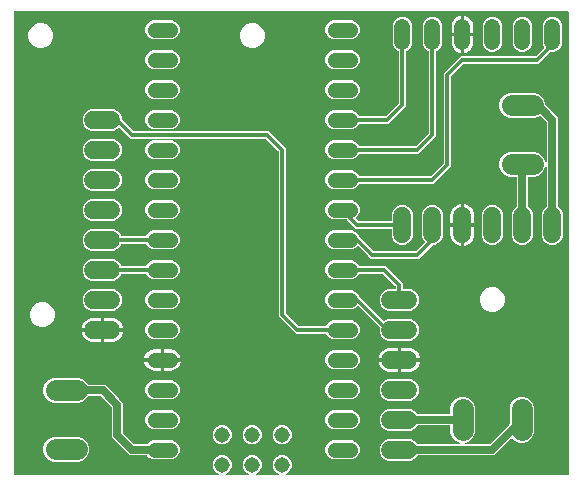
<source format=gbr>
G04 EAGLE Gerber RS-274X export*
G75*
%MOMM*%
%FSLAX34Y34*%
%LPD*%
%INTop Copper*%
%IPPOS*%
%AMOC8*
5,1,8,0,0,1.08239X$1,22.5*%
G01*
%ADD10C,1.320800*%
%ADD11C,1.524000*%
%ADD12C,1.790700*%
%ADD13C,1.308000*%
%ADD14C,1.308000*%
%ADD15C,0.317500*%
%ADD16C,0.635000*%

G36*
X555456Y308626D02*
X555456Y308626D01*
X555552Y308636D01*
X555576Y308646D01*
X555602Y308650D01*
X555688Y308696D01*
X555777Y308736D01*
X555796Y308753D01*
X555820Y308766D01*
X555887Y308836D01*
X555958Y308902D01*
X555971Y308925D01*
X555989Y308944D01*
X556030Y309032D01*
X556077Y309118D01*
X556082Y309143D01*
X556093Y309167D01*
X556103Y309264D01*
X556121Y309360D01*
X556117Y309386D01*
X556120Y309411D01*
X556099Y309507D01*
X556085Y309603D01*
X556073Y309626D01*
X556067Y309652D01*
X556018Y309735D01*
X555973Y309822D01*
X555955Y309841D01*
X555941Y309863D01*
X555867Y309926D01*
X555798Y309994D01*
X555769Y310010D01*
X555754Y310023D01*
X555724Y310035D01*
X555651Y310075D01*
X554232Y310663D01*
X551963Y312932D01*
X550735Y315896D01*
X550735Y319104D01*
X551963Y322068D01*
X554232Y324337D01*
X557196Y325565D01*
X560404Y325565D01*
X563368Y324337D01*
X565637Y322068D01*
X566865Y319104D01*
X566865Y315896D01*
X565637Y312932D01*
X563368Y310663D01*
X561949Y310075D01*
X561866Y310024D01*
X561780Y309978D01*
X561762Y309960D01*
X561740Y309946D01*
X561678Y309870D01*
X561611Y309800D01*
X561600Y309776D01*
X561583Y309756D01*
X561548Y309665D01*
X561507Y309577D01*
X561505Y309551D01*
X561495Y309527D01*
X561491Y309429D01*
X561480Y309333D01*
X561486Y309307D01*
X561485Y309281D01*
X561512Y309187D01*
X561533Y309092D01*
X561546Y309070D01*
X561553Y309045D01*
X561609Y308965D01*
X561659Y308881D01*
X561679Y308864D01*
X561694Y308843D01*
X561772Y308784D01*
X561846Y308721D01*
X561870Y308711D01*
X561891Y308696D01*
X561983Y308666D01*
X562074Y308629D01*
X562106Y308626D01*
X562125Y308620D01*
X562158Y308620D01*
X562241Y308611D01*
X580759Y308611D01*
X580856Y308626D01*
X580952Y308636D01*
X580976Y308646D01*
X581002Y308650D01*
X581088Y308696D01*
X581177Y308736D01*
X581196Y308753D01*
X581220Y308766D01*
X581287Y308836D01*
X581358Y308902D01*
X581371Y308925D01*
X581389Y308944D01*
X581430Y309032D01*
X581477Y309118D01*
X581482Y309143D01*
X581493Y309167D01*
X581503Y309264D01*
X581521Y309360D01*
X581517Y309386D01*
X581520Y309411D01*
X581499Y309507D01*
X581485Y309603D01*
X581473Y309626D01*
X581467Y309652D01*
X581418Y309735D01*
X581373Y309822D01*
X581355Y309841D01*
X581341Y309863D01*
X581267Y309926D01*
X581198Y309994D01*
X581169Y310010D01*
X581154Y310023D01*
X581124Y310035D01*
X581051Y310075D01*
X579632Y310663D01*
X577363Y312932D01*
X576135Y315896D01*
X576135Y319104D01*
X577363Y322068D01*
X579632Y324337D01*
X582596Y325565D01*
X585804Y325565D01*
X588768Y324337D01*
X591037Y322068D01*
X592265Y319104D01*
X592265Y315896D01*
X591037Y312932D01*
X588768Y310663D01*
X587349Y310075D01*
X587266Y310024D01*
X587180Y309978D01*
X587162Y309960D01*
X587140Y309946D01*
X587078Y309870D01*
X587011Y309800D01*
X587000Y309776D01*
X586983Y309756D01*
X586948Y309665D01*
X586907Y309577D01*
X586905Y309551D01*
X586895Y309527D01*
X586891Y309429D01*
X586880Y309333D01*
X586886Y309307D01*
X586885Y309281D01*
X586912Y309187D01*
X586933Y309092D01*
X586946Y309070D01*
X586953Y309045D01*
X587009Y308965D01*
X587059Y308881D01*
X587079Y308864D01*
X587094Y308843D01*
X587172Y308784D01*
X587246Y308721D01*
X587270Y308711D01*
X587291Y308696D01*
X587383Y308666D01*
X587474Y308629D01*
X587506Y308626D01*
X587525Y308620D01*
X587558Y308620D01*
X587641Y308611D01*
X606159Y308611D01*
X606256Y308626D01*
X606352Y308636D01*
X606376Y308646D01*
X606402Y308650D01*
X606488Y308696D01*
X606577Y308736D01*
X606596Y308753D01*
X606620Y308766D01*
X606687Y308836D01*
X606758Y308902D01*
X606771Y308925D01*
X606789Y308944D01*
X606830Y309032D01*
X606877Y309118D01*
X606882Y309143D01*
X606893Y309167D01*
X606903Y309264D01*
X606921Y309360D01*
X606917Y309386D01*
X606920Y309411D01*
X606899Y309507D01*
X606885Y309603D01*
X606873Y309626D01*
X606867Y309652D01*
X606818Y309735D01*
X606773Y309822D01*
X606755Y309841D01*
X606741Y309863D01*
X606667Y309926D01*
X606598Y309994D01*
X606569Y310010D01*
X606554Y310023D01*
X606524Y310035D01*
X606451Y310075D01*
X605032Y310663D01*
X602763Y312932D01*
X601535Y315896D01*
X601535Y319104D01*
X602763Y322068D01*
X605032Y324337D01*
X607996Y325565D01*
X611204Y325565D01*
X614168Y324337D01*
X616437Y322068D01*
X617665Y319104D01*
X617665Y315896D01*
X616437Y312932D01*
X614168Y310663D01*
X612749Y310075D01*
X612666Y310024D01*
X612580Y309978D01*
X612562Y309960D01*
X612540Y309946D01*
X612478Y309870D01*
X612411Y309800D01*
X612400Y309776D01*
X612383Y309756D01*
X612348Y309665D01*
X612307Y309577D01*
X612305Y309551D01*
X612295Y309527D01*
X612291Y309429D01*
X612280Y309333D01*
X612286Y309307D01*
X612285Y309281D01*
X612312Y309187D01*
X612333Y309092D01*
X612346Y309070D01*
X612353Y309045D01*
X612409Y308965D01*
X612459Y308881D01*
X612479Y308864D01*
X612494Y308843D01*
X612572Y308784D01*
X612646Y308721D01*
X612670Y308711D01*
X612691Y308696D01*
X612783Y308666D01*
X612874Y308629D01*
X612906Y308626D01*
X612925Y308620D01*
X612958Y308620D01*
X613041Y308611D01*
X851208Y308611D01*
X851228Y308614D01*
X851247Y308612D01*
X851349Y308634D01*
X851451Y308650D01*
X851468Y308660D01*
X851488Y308664D01*
X851577Y308717D01*
X851668Y308766D01*
X851682Y308780D01*
X851699Y308790D01*
X851766Y308869D01*
X851838Y308944D01*
X851846Y308962D01*
X851859Y308977D01*
X851898Y309073D01*
X851941Y309167D01*
X851943Y309187D01*
X851951Y309205D01*
X851969Y309372D01*
X851969Y700788D01*
X851966Y700808D01*
X851968Y700827D01*
X851946Y700929D01*
X851930Y701031D01*
X851920Y701048D01*
X851916Y701068D01*
X851863Y701157D01*
X851814Y701248D01*
X851800Y701262D01*
X851790Y701279D01*
X851711Y701346D01*
X851636Y701418D01*
X851618Y701426D01*
X851603Y701439D01*
X851507Y701478D01*
X851413Y701521D01*
X851393Y701523D01*
X851375Y701531D01*
X851208Y701549D01*
X383032Y701549D01*
X383012Y701546D01*
X382993Y701548D01*
X382891Y701526D01*
X382789Y701510D01*
X382772Y701500D01*
X382752Y701496D01*
X382663Y701443D01*
X382572Y701394D01*
X382558Y701380D01*
X382541Y701370D01*
X382474Y701291D01*
X382402Y701216D01*
X382394Y701198D01*
X382381Y701183D01*
X382342Y701087D01*
X382299Y700993D01*
X382297Y700973D01*
X382289Y700955D01*
X382271Y700788D01*
X382271Y309372D01*
X382274Y309352D01*
X382272Y309333D01*
X382294Y309231D01*
X382310Y309129D01*
X382320Y309112D01*
X382324Y309092D01*
X382377Y309003D01*
X382426Y308912D01*
X382440Y308898D01*
X382450Y308881D01*
X382529Y308814D01*
X382604Y308742D01*
X382622Y308734D01*
X382637Y308721D01*
X382733Y308682D01*
X382827Y308639D01*
X382847Y308637D01*
X382865Y308629D01*
X383032Y308611D01*
X555359Y308611D01*
X555456Y308626D01*
G37*
%LPC*%
G36*
X699221Y321055D02*
X699221Y321055D01*
X695860Y322447D01*
X693287Y325020D01*
X691895Y328381D01*
X691895Y332019D01*
X693287Y335380D01*
X695860Y337953D01*
X699221Y339345D01*
X718099Y339345D01*
X721460Y337953D01*
X724033Y335380D01*
X724037Y335370D01*
X724098Y335271D01*
X724158Y335170D01*
X724163Y335166D01*
X724166Y335161D01*
X724256Y335086D01*
X724345Y335010D01*
X724351Y335008D01*
X724356Y335004D01*
X724464Y334962D01*
X724573Y334918D01*
X724581Y334917D01*
X724585Y334916D01*
X724604Y334915D01*
X724740Y334900D01*
X759551Y334900D01*
X759647Y334915D01*
X759744Y334925D01*
X759768Y334935D01*
X759794Y334939D01*
X759880Y334985D01*
X759969Y335025D01*
X759988Y335042D01*
X760011Y335055D01*
X760078Y335125D01*
X760150Y335191D01*
X760163Y335214D01*
X760181Y335233D01*
X760222Y335321D01*
X760269Y335407D01*
X760273Y335432D01*
X760284Y335456D01*
X760295Y335553D01*
X760312Y335649D01*
X760309Y335675D01*
X760311Y335700D01*
X760291Y335796D01*
X760277Y335892D01*
X760265Y335915D01*
X760259Y335941D01*
X760209Y336024D01*
X760165Y336111D01*
X760146Y336130D01*
X760133Y336152D01*
X760059Y336215D01*
X759990Y336283D01*
X759961Y336299D01*
X759946Y336312D01*
X759915Y336324D01*
X759843Y336364D01*
X756465Y337763D01*
X753517Y340711D01*
X751922Y344562D01*
X751922Y350139D01*
X751919Y350159D01*
X751921Y350178D01*
X751899Y350280D01*
X751882Y350382D01*
X751873Y350399D01*
X751868Y350419D01*
X751815Y350508D01*
X751767Y350599D01*
X751753Y350613D01*
X751742Y350630D01*
X751664Y350697D01*
X751589Y350769D01*
X751571Y350777D01*
X751555Y350790D01*
X751459Y350829D01*
X751366Y350872D01*
X751346Y350874D01*
X751327Y350882D01*
X751161Y350900D01*
X724740Y350900D01*
X724625Y350881D01*
X724509Y350864D01*
X724504Y350862D01*
X724497Y350861D01*
X724394Y350806D01*
X724290Y350753D01*
X724286Y350748D01*
X724280Y350745D01*
X724200Y350661D01*
X724118Y350577D01*
X724114Y350571D01*
X724111Y350567D01*
X724103Y350550D01*
X724037Y350430D01*
X724033Y350420D01*
X721460Y347847D01*
X718099Y346455D01*
X699221Y346455D01*
X695860Y347847D01*
X693287Y350420D01*
X691895Y353781D01*
X691895Y357419D01*
X693287Y360780D01*
X695860Y363353D01*
X699221Y364745D01*
X718099Y364745D01*
X721460Y363353D01*
X724033Y360780D01*
X724037Y360770D01*
X724098Y360671D01*
X724158Y360570D01*
X724163Y360566D01*
X724166Y360561D01*
X724256Y360486D01*
X724345Y360410D01*
X724351Y360408D01*
X724356Y360404D01*
X724464Y360362D01*
X724573Y360318D01*
X724581Y360317D01*
X724585Y360316D01*
X724604Y360315D01*
X724740Y360300D01*
X751161Y360300D01*
X751180Y360303D01*
X751200Y360301D01*
X751301Y360323D01*
X751403Y360339D01*
X751421Y360349D01*
X751440Y360353D01*
X751529Y360406D01*
X751621Y360455D01*
X751634Y360469D01*
X751651Y360479D01*
X751719Y360558D01*
X751790Y360633D01*
X751798Y360651D01*
X751811Y360666D01*
X751850Y360762D01*
X751894Y360856D01*
X751896Y360876D01*
X751903Y360894D01*
X751922Y361061D01*
X751922Y366638D01*
X753517Y370489D01*
X756465Y373437D01*
X760316Y375032D01*
X764484Y375032D01*
X768335Y373437D01*
X771283Y370489D01*
X772878Y366638D01*
X772878Y344562D01*
X771283Y340711D01*
X768335Y337763D01*
X764957Y336364D01*
X764874Y336313D01*
X764789Y336267D01*
X764771Y336249D01*
X764748Y336235D01*
X764686Y336159D01*
X764619Y336089D01*
X764608Y336065D01*
X764592Y336045D01*
X764557Y335954D01*
X764516Y335866D01*
X764513Y335840D01*
X764503Y335816D01*
X764499Y335718D01*
X764489Y335622D01*
X764494Y335596D01*
X764493Y335570D01*
X764520Y335476D01*
X764541Y335381D01*
X764554Y335359D01*
X764562Y335334D01*
X764617Y335254D01*
X764667Y335170D01*
X764687Y335153D01*
X764702Y335132D01*
X764780Y335073D01*
X764854Y335010D01*
X764878Y335000D01*
X764899Y334985D01*
X764992Y334955D01*
X765082Y334918D01*
X765115Y334915D01*
X765133Y334909D01*
X765166Y334909D01*
X765249Y334900D01*
X784738Y334900D01*
X784828Y334914D01*
X784919Y334922D01*
X784949Y334934D01*
X784981Y334939D01*
X785061Y334982D01*
X785145Y335018D01*
X785177Y335044D01*
X785198Y335055D01*
X785220Y335078D01*
X785276Y335123D01*
X801699Y351545D01*
X801752Y351619D01*
X801811Y351689D01*
X801824Y351719D01*
X801842Y351745D01*
X801869Y351832D01*
X801903Y351917D01*
X801908Y351958D01*
X801915Y351980D01*
X801914Y352012D01*
X801922Y352084D01*
X801922Y366638D01*
X803517Y370489D01*
X806465Y373437D01*
X810316Y375032D01*
X814484Y375032D01*
X818335Y373437D01*
X821283Y370489D01*
X822878Y366638D01*
X822878Y344562D01*
X821283Y340711D01*
X818335Y337763D01*
X814484Y336168D01*
X810316Y336168D01*
X806465Y337763D01*
X804375Y339853D01*
X804359Y339864D01*
X804347Y339880D01*
X804259Y339936D01*
X804176Y339996D01*
X804157Y340002D01*
X804140Y340013D01*
X804039Y340038D01*
X803941Y340068D01*
X803921Y340068D01*
X803901Y340073D01*
X803798Y340065D01*
X803695Y340062D01*
X803676Y340055D01*
X803656Y340054D01*
X803561Y340013D01*
X803464Y339978D01*
X803448Y339965D01*
X803430Y339957D01*
X803299Y339853D01*
X788947Y325500D01*
X724740Y325500D01*
X724625Y325481D01*
X724509Y325464D01*
X724504Y325462D01*
X724497Y325461D01*
X724394Y325406D01*
X724290Y325353D01*
X724286Y325348D01*
X724280Y325345D01*
X724200Y325261D01*
X724118Y325177D01*
X724114Y325171D01*
X724111Y325167D01*
X724103Y325150D01*
X724037Y325030D01*
X724033Y325020D01*
X721460Y322447D01*
X718099Y321055D01*
X699221Y321055D01*
G37*
%LPD*%
%LPC*%
G36*
X810981Y503935D02*
X810981Y503935D01*
X807620Y505327D01*
X805047Y507900D01*
X803655Y511261D01*
X803655Y530139D01*
X805047Y533500D01*
X807620Y536073D01*
X807630Y536077D01*
X807729Y536138D01*
X807830Y536198D01*
X807834Y536203D01*
X807839Y536206D01*
X807914Y536296D01*
X807990Y536385D01*
X807992Y536391D01*
X807996Y536396D01*
X808038Y536504D01*
X808082Y536613D01*
X808083Y536621D01*
X808084Y536625D01*
X808085Y536644D01*
X808100Y536780D01*
X808100Y560661D01*
X808097Y560680D01*
X808099Y560700D01*
X808077Y560801D01*
X808061Y560903D01*
X808051Y560921D01*
X808047Y560940D01*
X807994Y561029D01*
X807945Y561121D01*
X807931Y561134D01*
X807921Y561151D01*
X807842Y561219D01*
X807767Y561290D01*
X807749Y561298D01*
X807734Y561311D01*
X807638Y561350D01*
X807544Y561394D01*
X807524Y561396D01*
X807506Y561403D01*
X807339Y561422D01*
X801762Y561422D01*
X797911Y563017D01*
X794963Y565965D01*
X793368Y569816D01*
X793368Y573984D01*
X794963Y577835D01*
X797911Y580783D01*
X801762Y582378D01*
X823838Y582378D01*
X827689Y580783D01*
X830637Y577835D01*
X832036Y574457D01*
X832087Y574374D01*
X832133Y574289D01*
X832151Y574271D01*
X832165Y574248D01*
X832241Y574186D01*
X832311Y574119D01*
X832335Y574108D01*
X832355Y574092D01*
X832446Y574057D01*
X832534Y574016D01*
X832560Y574013D01*
X832584Y574003D01*
X832682Y573999D01*
X832778Y573989D01*
X832804Y573994D01*
X832830Y573993D01*
X832924Y574020D01*
X833019Y574041D01*
X833041Y574054D01*
X833066Y574062D01*
X833146Y574117D01*
X833230Y574167D01*
X833247Y574187D01*
X833268Y574202D01*
X833327Y574280D01*
X833390Y574354D01*
X833400Y574378D01*
X833415Y574399D01*
X833445Y574492D01*
X833482Y574582D01*
X833485Y574615D01*
X833491Y574633D01*
X833491Y574666D01*
X833500Y574749D01*
X833500Y607338D01*
X833486Y607428D01*
X833478Y607519D01*
X833466Y607549D01*
X833461Y607581D01*
X833418Y607661D01*
X833382Y607745D01*
X833356Y607777D01*
X833345Y607798D01*
X833322Y607820D01*
X833277Y607876D01*
X828365Y612788D01*
X828271Y612856D01*
X828177Y612926D01*
X828171Y612928D01*
X828165Y612932D01*
X828054Y612966D01*
X827943Y613003D01*
X827936Y613002D01*
X827930Y613004D01*
X827814Y613001D01*
X827697Y613000D01*
X827689Y612998D01*
X827684Y612998D01*
X827667Y612992D01*
X827536Y612953D01*
X823838Y611422D01*
X801762Y611422D01*
X797911Y613017D01*
X794963Y615965D01*
X793368Y619816D01*
X793368Y623984D01*
X794963Y627835D01*
X797911Y630783D01*
X801762Y632378D01*
X823838Y632378D01*
X827689Y630783D01*
X830637Y627835D01*
X832232Y623984D01*
X832232Y622530D01*
X832246Y622440D01*
X832254Y622349D01*
X832266Y622319D01*
X832271Y622287D01*
X832314Y622207D01*
X832350Y622123D01*
X832376Y622091D01*
X832387Y622070D01*
X832410Y622048D01*
X832455Y621992D01*
X842900Y611547D01*
X842900Y536780D01*
X842919Y536665D01*
X842936Y536549D01*
X842938Y536544D01*
X842939Y536537D01*
X842994Y536434D01*
X843047Y536330D01*
X843052Y536326D01*
X843055Y536320D01*
X843139Y536240D01*
X843223Y536158D01*
X843229Y536154D01*
X843233Y536151D01*
X843250Y536143D01*
X843370Y536077D01*
X843380Y536073D01*
X845953Y533500D01*
X847345Y530139D01*
X847345Y511261D01*
X845953Y507900D01*
X843380Y505327D01*
X840019Y503935D01*
X836381Y503935D01*
X833020Y505327D01*
X830447Y507900D01*
X829055Y511261D01*
X829055Y530139D01*
X830447Y533500D01*
X833020Y536073D01*
X833030Y536077D01*
X833129Y536138D01*
X833230Y536198D01*
X833234Y536203D01*
X833239Y536206D01*
X833314Y536296D01*
X833390Y536385D01*
X833392Y536391D01*
X833396Y536396D01*
X833438Y536504D01*
X833482Y536613D01*
X833483Y536621D01*
X833484Y536625D01*
X833485Y536644D01*
X833500Y536780D01*
X833500Y569051D01*
X833485Y569147D01*
X833475Y569244D01*
X833465Y569268D01*
X833461Y569294D01*
X833415Y569380D01*
X833375Y569469D01*
X833358Y569488D01*
X833345Y569511D01*
X833275Y569578D01*
X833209Y569650D01*
X833186Y569663D01*
X833167Y569681D01*
X833079Y569722D01*
X832993Y569769D01*
X832968Y569773D01*
X832944Y569784D01*
X832847Y569795D01*
X832751Y569812D01*
X832725Y569809D01*
X832700Y569811D01*
X832604Y569791D01*
X832508Y569777D01*
X832485Y569765D01*
X832459Y569759D01*
X832376Y569709D01*
X832289Y569665D01*
X832270Y569646D01*
X832248Y569633D01*
X832185Y569559D01*
X832117Y569490D01*
X832101Y569461D01*
X832088Y569446D01*
X832076Y569415D01*
X832036Y569343D01*
X830637Y565965D01*
X827689Y563017D01*
X823838Y561422D01*
X818261Y561422D01*
X818241Y561419D01*
X818222Y561421D01*
X818120Y561399D01*
X818018Y561382D01*
X818001Y561373D01*
X817981Y561368D01*
X817892Y561315D01*
X817801Y561267D01*
X817787Y561253D01*
X817770Y561242D01*
X817703Y561164D01*
X817631Y561089D01*
X817623Y561071D01*
X817610Y561055D01*
X817571Y560959D01*
X817528Y560866D01*
X817526Y560846D01*
X817518Y560827D01*
X817500Y560661D01*
X817500Y536780D01*
X817519Y536665D01*
X817536Y536549D01*
X817538Y536544D01*
X817539Y536537D01*
X817594Y536434D01*
X817647Y536330D01*
X817652Y536326D01*
X817655Y536320D01*
X817739Y536240D01*
X817823Y536158D01*
X817829Y536154D01*
X817833Y536151D01*
X817850Y536143D01*
X817970Y536077D01*
X817980Y536073D01*
X820553Y533500D01*
X821945Y530139D01*
X821945Y511261D01*
X820553Y507900D01*
X817980Y505327D01*
X814619Y503935D01*
X810981Y503935D01*
G37*
%LPD*%
%LPC*%
G36*
X652256Y423735D02*
X652256Y423735D01*
X649292Y424963D01*
X647023Y427232D01*
X646615Y428218D01*
X646553Y428318D01*
X646493Y428417D01*
X646488Y428421D01*
X646485Y428427D01*
X646394Y428502D01*
X646306Y428577D01*
X646300Y428580D01*
X646296Y428584D01*
X646187Y428625D01*
X646078Y428669D01*
X646070Y428670D01*
X646066Y428672D01*
X646048Y428673D01*
X645911Y428688D01*
X621011Y428688D01*
X606488Y443211D01*
X606488Y582596D01*
X606473Y582686D01*
X606466Y582777D01*
X606453Y582806D01*
X606448Y582838D01*
X606405Y582919D01*
X606370Y583003D01*
X606344Y583035D01*
X606333Y583056D01*
X606310Y583078D01*
X606265Y583134D01*
X595834Y593565D01*
X595760Y593618D01*
X595690Y593677D01*
X595660Y593690D01*
X595634Y593708D01*
X595547Y593735D01*
X595462Y593769D01*
X595421Y593774D01*
X595399Y593781D01*
X595367Y593780D01*
X595296Y593788D01*
X481311Y593788D01*
X472164Y602935D01*
X472148Y602946D01*
X472135Y602962D01*
X472048Y603018D01*
X471964Y603078D01*
X471945Y603084D01*
X471928Y603095D01*
X471828Y603120D01*
X471729Y603151D01*
X471709Y603150D01*
X471690Y603155D01*
X471587Y603147D01*
X471483Y603144D01*
X471464Y603137D01*
X471445Y603136D01*
X471350Y603095D01*
X471252Y603060D01*
X471237Y603047D01*
X471218Y603040D01*
X471087Y602935D01*
X470000Y601847D01*
X466639Y600455D01*
X447761Y600455D01*
X444400Y601847D01*
X441827Y604420D01*
X440435Y607781D01*
X440435Y611419D01*
X441827Y614780D01*
X444400Y617353D01*
X447761Y618745D01*
X466639Y618745D01*
X470000Y617353D01*
X472573Y614780D01*
X473965Y611419D01*
X473965Y610252D01*
X473979Y610162D01*
X473987Y610071D01*
X473999Y610041D01*
X474004Y610009D01*
X474047Y609929D01*
X474083Y609845D01*
X474109Y609813D01*
X474120Y609792D01*
X474143Y609770D01*
X474188Y609714D01*
X483666Y600235D01*
X483740Y600182D01*
X483810Y600123D01*
X483840Y600110D01*
X483866Y600092D01*
X483953Y600065D01*
X484038Y600031D01*
X484079Y600026D01*
X484101Y600019D01*
X484133Y600020D01*
X484204Y600012D01*
X598189Y600012D01*
X612712Y585489D01*
X612712Y446104D01*
X612727Y446014D01*
X612734Y445923D01*
X612747Y445894D01*
X612752Y445862D01*
X612795Y445781D01*
X612830Y445697D01*
X612856Y445665D01*
X612867Y445644D01*
X612890Y445622D01*
X612935Y445566D01*
X623366Y435135D01*
X623440Y435082D01*
X623510Y435023D01*
X623540Y435010D01*
X623566Y434992D01*
X623653Y434965D01*
X623738Y434931D01*
X623779Y434926D01*
X623801Y434919D01*
X623833Y434920D01*
X623904Y434912D01*
X645911Y434912D01*
X646026Y434931D01*
X646142Y434948D01*
X646148Y434951D01*
X646154Y434952D01*
X646257Y435006D01*
X646361Y435060D01*
X646366Y435064D01*
X646371Y435067D01*
X646451Y435151D01*
X646534Y435235D01*
X646537Y435242D01*
X646541Y435245D01*
X646549Y435262D01*
X646615Y435382D01*
X647023Y436368D01*
X649292Y438637D01*
X652256Y439865D01*
X668544Y439865D01*
X671508Y438637D01*
X673777Y436368D01*
X675005Y433404D01*
X675005Y430196D01*
X673777Y427232D01*
X671508Y424963D01*
X668544Y423735D01*
X652256Y423735D01*
G37*
%LPD*%
%LPC*%
G36*
X652256Y550735D02*
X652256Y550735D01*
X649292Y551963D01*
X647023Y554232D01*
X645795Y557196D01*
X645795Y560404D01*
X647023Y563368D01*
X649292Y565637D01*
X652256Y566865D01*
X668544Y566865D01*
X671508Y565637D01*
X673777Y563368D01*
X674185Y562382D01*
X674247Y562282D01*
X674307Y562183D01*
X674312Y562179D01*
X674315Y562173D01*
X674406Y562098D01*
X674494Y562023D01*
X674500Y562020D01*
X674504Y562016D01*
X674613Y561975D01*
X674722Y561931D01*
X674730Y561930D01*
X674734Y561928D01*
X674752Y561927D01*
X674889Y561912D01*
X734996Y561912D01*
X735086Y561927D01*
X735177Y561934D01*
X735206Y561947D01*
X735238Y561952D01*
X735319Y561995D01*
X735403Y562030D01*
X735435Y562056D01*
X735456Y562067D01*
X735478Y562090D01*
X735534Y562135D01*
X745965Y572566D01*
X746018Y572640D01*
X746077Y572710D01*
X746090Y572740D01*
X746108Y572766D01*
X746135Y572853D01*
X746169Y572938D01*
X746174Y572979D01*
X746181Y573001D01*
X746180Y573033D01*
X746188Y573104D01*
X746188Y648989D01*
X760711Y663512D01*
X823896Y663512D01*
X823986Y663527D01*
X824077Y663534D01*
X824106Y663547D01*
X824138Y663552D01*
X824219Y663595D01*
X824303Y663630D01*
X824335Y663656D01*
X824356Y663667D01*
X824378Y663690D01*
X824434Y663735D01*
X830999Y670301D01*
X831067Y670395D01*
X831137Y670489D01*
X831139Y670495D01*
X831143Y670500D01*
X831177Y670611D01*
X831213Y670723D01*
X831213Y670729D01*
X831215Y670735D01*
X831212Y670852D01*
X831211Y670969D01*
X831209Y670976D01*
X831209Y670981D01*
X831202Y670999D01*
X831164Y671130D01*
X830071Y673769D01*
X830071Y690211D01*
X831309Y693199D01*
X833595Y695485D01*
X836583Y696723D01*
X839817Y696723D01*
X842805Y695485D01*
X845091Y693199D01*
X846329Y690211D01*
X846329Y673769D01*
X845091Y670781D01*
X842805Y668495D01*
X839817Y667257D01*
X837074Y667257D01*
X836984Y667243D01*
X836893Y667235D01*
X836863Y667223D01*
X836831Y667218D01*
X836751Y667175D01*
X836667Y667139D01*
X836635Y667113D01*
X836614Y667102D01*
X836592Y667079D01*
X836536Y667034D01*
X826789Y657288D01*
X763604Y657288D01*
X763514Y657273D01*
X763423Y657266D01*
X763394Y657253D01*
X763362Y657248D01*
X763281Y657205D01*
X763197Y657170D01*
X763165Y657144D01*
X763144Y657133D01*
X763122Y657110D01*
X763120Y657108D01*
X763117Y657105D01*
X763066Y657065D01*
X752635Y646634D01*
X752582Y646560D01*
X752523Y646490D01*
X752510Y646460D01*
X752492Y646434D01*
X752465Y646347D01*
X752431Y646262D01*
X752426Y646221D01*
X752419Y646199D01*
X752420Y646167D01*
X752412Y646096D01*
X752412Y570211D01*
X737889Y555688D01*
X674889Y555688D01*
X674774Y555669D01*
X674658Y555652D01*
X674652Y555649D01*
X674646Y555648D01*
X674543Y555594D01*
X674439Y555540D01*
X674434Y555536D01*
X674429Y555533D01*
X674349Y555449D01*
X674266Y555365D01*
X674263Y555358D01*
X674259Y555355D01*
X674251Y555338D01*
X674185Y555218D01*
X673777Y554232D01*
X671508Y551963D01*
X668544Y550735D01*
X652256Y550735D01*
G37*
%LPD*%
%LPC*%
G36*
X499856Y322135D02*
X499856Y322135D01*
X496892Y323363D01*
X494977Y325277D01*
X494904Y325330D01*
X494834Y325390D01*
X494804Y325402D01*
X494778Y325421D01*
X494691Y325448D01*
X494606Y325482D01*
X494565Y325486D01*
X494543Y325493D01*
X494510Y325492D01*
X494439Y325500D01*
X480653Y325500D01*
X465200Y340953D01*
X465200Y366038D01*
X465186Y366128D01*
X465178Y366219D01*
X465166Y366249D01*
X465161Y366281D01*
X465118Y366361D01*
X465082Y366445D01*
X465056Y366477D01*
X465045Y366498D01*
X465022Y366520D01*
X464977Y366576D01*
X455876Y375677D01*
X455802Y375730D01*
X455733Y375790D01*
X455703Y375802D01*
X455677Y375821D01*
X455590Y375848D01*
X455505Y375882D01*
X455464Y375886D01*
X455441Y375893D01*
X455409Y375892D01*
X455338Y375900D01*
X445577Y375900D01*
X445462Y375881D01*
X445346Y375864D01*
X445340Y375862D01*
X445334Y375861D01*
X445232Y375806D01*
X445127Y375753D01*
X445122Y375748D01*
X445117Y375745D01*
X445037Y375661D01*
X444955Y375577D01*
X444951Y375571D01*
X444948Y375567D01*
X444940Y375550D01*
X444874Y375430D01*
X444557Y374665D01*
X441609Y371717D01*
X437758Y370122D01*
X415682Y370122D01*
X411831Y371717D01*
X408883Y374665D01*
X407288Y378516D01*
X407288Y382684D01*
X408883Y386535D01*
X411831Y389483D01*
X415682Y391078D01*
X437758Y391078D01*
X441609Y389483D01*
X444557Y386535D01*
X444874Y385770D01*
X444935Y385670D01*
X444995Y385570D01*
X445000Y385566D01*
X445003Y385561D01*
X445093Y385486D01*
X445182Y385410D01*
X445188Y385408D01*
X445193Y385404D01*
X445301Y385362D01*
X445410Y385318D01*
X445418Y385317D01*
X445422Y385316D01*
X445441Y385315D01*
X445577Y385300D01*
X459547Y385300D01*
X462523Y382324D01*
X471624Y373223D01*
X474600Y370247D01*
X474600Y345162D01*
X474614Y345072D01*
X474622Y344981D01*
X474634Y344951D01*
X474639Y344919D01*
X474664Y344873D01*
X474664Y344871D01*
X474671Y344860D01*
X474682Y344839D01*
X474718Y344755D01*
X474744Y344723D01*
X474755Y344702D01*
X474778Y344680D01*
X474781Y344676D01*
X474790Y344660D01*
X474801Y344651D01*
X474823Y344624D01*
X484324Y335123D01*
X484398Y335070D01*
X484467Y335010D01*
X484497Y334998D01*
X484523Y334979D01*
X484610Y334952D01*
X484695Y334918D01*
X484736Y334914D01*
X484759Y334907D01*
X484791Y334908D01*
X484862Y334900D01*
X494439Y334900D01*
X494529Y334914D01*
X494620Y334922D01*
X494650Y334934D01*
X494682Y334939D01*
X494763Y334982D01*
X494846Y335018D01*
X494879Y335044D01*
X494899Y335055D01*
X494921Y335078D01*
X494977Y335123D01*
X496892Y337037D01*
X499856Y338265D01*
X516144Y338265D01*
X519108Y337037D01*
X521377Y334768D01*
X522605Y331804D01*
X522605Y328596D01*
X521377Y325632D01*
X519108Y323363D01*
X516144Y322135D01*
X499856Y322135D01*
G37*
%LPD*%
%LPC*%
G36*
X652256Y576135D02*
X652256Y576135D01*
X649292Y577363D01*
X647023Y579632D01*
X645795Y582596D01*
X645795Y585804D01*
X647023Y588768D01*
X649292Y591037D01*
X652256Y592265D01*
X668544Y592265D01*
X671508Y591037D01*
X673777Y588768D01*
X674185Y587782D01*
X674247Y587682D01*
X674307Y587583D01*
X674312Y587579D01*
X674315Y587573D01*
X674406Y587498D01*
X674494Y587423D01*
X674500Y587420D01*
X674504Y587416D01*
X674613Y587375D01*
X674722Y587331D01*
X674730Y587330D01*
X674734Y587328D01*
X674752Y587327D01*
X674889Y587312D01*
X722296Y587312D01*
X722386Y587327D01*
X722477Y587334D01*
X722506Y587347D01*
X722538Y587352D01*
X722619Y587395D01*
X722703Y587430D01*
X722735Y587456D01*
X722756Y587467D01*
X722778Y587490D01*
X722834Y587535D01*
X733265Y597966D01*
X733318Y598040D01*
X733377Y598110D01*
X733390Y598140D01*
X733408Y598166D01*
X733435Y598253D01*
X733469Y598338D01*
X733474Y598379D01*
X733481Y598401D01*
X733480Y598433D01*
X733488Y598504D01*
X733488Y667368D01*
X733469Y667483D01*
X733452Y667599D01*
X733449Y667605D01*
X733448Y667611D01*
X733394Y667713D01*
X733340Y667818D01*
X733336Y667823D01*
X733333Y667828D01*
X733248Y667908D01*
X733165Y667990D01*
X733158Y667994D01*
X733155Y667998D01*
X733138Y668005D01*
X733018Y668071D01*
X731995Y668495D01*
X729709Y670781D01*
X728471Y673769D01*
X728471Y690211D01*
X729709Y693199D01*
X731995Y695485D01*
X734983Y696723D01*
X738217Y696723D01*
X741205Y695485D01*
X743491Y693199D01*
X744729Y690211D01*
X744729Y673769D01*
X743491Y670781D01*
X741205Y668495D01*
X740182Y668071D01*
X740083Y668010D01*
X739983Y667950D01*
X739978Y667945D01*
X739973Y667942D01*
X739899Y667852D01*
X739823Y667763D01*
X739820Y667757D01*
X739816Y667752D01*
X739775Y667644D01*
X739731Y667535D01*
X739730Y667527D01*
X739728Y667523D01*
X739727Y667504D01*
X739712Y667368D01*
X739712Y595611D01*
X725189Y581088D01*
X674889Y581088D01*
X674774Y581069D01*
X674658Y581052D01*
X674652Y581049D01*
X674646Y581048D01*
X674543Y580994D01*
X674439Y580940D01*
X674434Y580936D01*
X674429Y580933D01*
X674349Y580849D01*
X674266Y580765D01*
X674263Y580758D01*
X674259Y580755D01*
X674251Y580738D01*
X674185Y580618D01*
X673777Y579632D01*
X671508Y577363D01*
X668544Y576135D01*
X652256Y576135D01*
G37*
%LPD*%
%LPC*%
G36*
X652256Y601535D02*
X652256Y601535D01*
X649292Y602763D01*
X647023Y605032D01*
X645795Y607996D01*
X645795Y611204D01*
X647023Y614168D01*
X649292Y616437D01*
X652256Y617665D01*
X668544Y617665D01*
X671508Y616437D01*
X673777Y614168D01*
X674185Y613182D01*
X674247Y613082D01*
X674307Y612983D01*
X674312Y612979D01*
X674315Y612973D01*
X674406Y612898D01*
X674494Y612823D01*
X674500Y612820D01*
X674504Y612816D01*
X674613Y612775D01*
X674722Y612731D01*
X674730Y612730D01*
X674734Y612728D01*
X674752Y612727D01*
X674889Y612712D01*
X696896Y612712D01*
X696986Y612727D01*
X697077Y612734D01*
X697106Y612747D01*
X697138Y612752D01*
X697219Y612795D01*
X697303Y612830D01*
X697335Y612856D01*
X697356Y612867D01*
X697378Y612890D01*
X697434Y612935D01*
X707865Y623366D01*
X707918Y623440D01*
X707977Y623510D01*
X707990Y623540D01*
X708008Y623566D01*
X708035Y623653D01*
X708069Y623738D01*
X708074Y623779D01*
X708081Y623801D01*
X708080Y623833D01*
X708088Y623904D01*
X708088Y667368D01*
X708069Y667483D01*
X708052Y667599D01*
X708049Y667605D01*
X708048Y667611D01*
X707994Y667713D01*
X707940Y667818D01*
X707936Y667823D01*
X707933Y667828D01*
X707848Y667908D01*
X707765Y667990D01*
X707758Y667994D01*
X707755Y667998D01*
X707738Y668005D01*
X707618Y668071D01*
X706595Y668495D01*
X704309Y670781D01*
X703071Y673769D01*
X703071Y690211D01*
X704309Y693199D01*
X706595Y695485D01*
X709583Y696723D01*
X712817Y696723D01*
X715805Y695485D01*
X718091Y693199D01*
X719329Y690211D01*
X719329Y673769D01*
X718091Y670781D01*
X715805Y668495D01*
X714782Y668071D01*
X714683Y668010D01*
X714583Y667950D01*
X714578Y667945D01*
X714573Y667942D01*
X714499Y667852D01*
X714423Y667763D01*
X714420Y667757D01*
X714416Y667752D01*
X714375Y667644D01*
X714331Y667535D01*
X714330Y667527D01*
X714328Y667523D01*
X714327Y667504D01*
X714312Y667368D01*
X714312Y621011D01*
X699789Y606488D01*
X674889Y606488D01*
X674774Y606469D01*
X674658Y606452D01*
X674652Y606449D01*
X674646Y606448D01*
X674543Y606394D01*
X674439Y606340D01*
X674434Y606336D01*
X674429Y606333D01*
X674349Y606249D01*
X674266Y606165D01*
X674263Y606158D01*
X674259Y606155D01*
X674251Y606138D01*
X674185Y606018D01*
X673777Y605032D01*
X671508Y602763D01*
X668544Y601535D01*
X652256Y601535D01*
G37*
%LPD*%
%LPC*%
G36*
X684511Y492188D02*
X684511Y492188D01*
X682465Y494234D01*
X674060Y502638D01*
X674044Y502650D01*
X674032Y502666D01*
X673944Y502722D01*
X673861Y502782D01*
X673842Y502788D01*
X673825Y502799D01*
X673724Y502824D01*
X673625Y502854D01*
X673605Y502854D01*
X673586Y502859D01*
X673483Y502851D01*
X673380Y502848D01*
X673361Y502841D01*
X673341Y502840D01*
X673246Y502799D01*
X673149Y502764D01*
X673133Y502751D01*
X673115Y502743D01*
X672984Y502638D01*
X671508Y501163D01*
X668544Y499935D01*
X652256Y499935D01*
X649292Y501163D01*
X647023Y503432D01*
X645795Y506396D01*
X645795Y509604D01*
X647023Y512568D01*
X649292Y514837D01*
X652256Y516065D01*
X668544Y516065D01*
X671508Y514837D01*
X673777Y512568D01*
X674316Y511268D01*
X674350Y511212D01*
X674376Y511152D01*
X674428Y511087D01*
X674445Y511059D01*
X674460Y511046D01*
X674481Y511021D01*
X686866Y498635D01*
X686940Y498582D01*
X687010Y498523D01*
X687040Y498510D01*
X687066Y498492D01*
X687153Y498465D01*
X687238Y498431D01*
X687279Y498426D01*
X687301Y498419D01*
X687333Y498420D01*
X687404Y498412D01*
X722296Y498412D01*
X722386Y498427D01*
X722477Y498434D01*
X722506Y498447D01*
X722538Y498452D01*
X722619Y498495D01*
X722703Y498530D01*
X722735Y498556D01*
X722756Y498567D01*
X722778Y498590D01*
X722834Y498635D01*
X729935Y505736D01*
X729946Y505752D01*
X729962Y505765D01*
X730018Y505852D01*
X730078Y505936D01*
X730084Y505955D01*
X730095Y505972D01*
X730120Y506072D01*
X730151Y506171D01*
X730150Y506191D01*
X730155Y506210D01*
X730147Y506313D01*
X730144Y506417D01*
X730137Y506436D01*
X730136Y506455D01*
X730095Y506550D01*
X730060Y506648D01*
X730047Y506663D01*
X730040Y506682D01*
X729935Y506813D01*
X728847Y507900D01*
X727455Y511261D01*
X727455Y530139D01*
X728847Y533500D01*
X731420Y536073D01*
X734781Y537465D01*
X738419Y537465D01*
X741780Y536073D01*
X744353Y533500D01*
X745745Y530139D01*
X745745Y511261D01*
X744353Y507900D01*
X741780Y505327D01*
X738419Y503935D01*
X737252Y503935D01*
X737162Y503921D01*
X737071Y503913D01*
X737041Y503901D01*
X737009Y503896D01*
X736929Y503853D01*
X736845Y503817D01*
X736813Y503791D01*
X736792Y503780D01*
X736770Y503757D01*
X736714Y503712D01*
X725189Y492188D01*
X684511Y492188D01*
G37*
%LPD*%
%LPC*%
G36*
X699221Y448055D02*
X699221Y448055D01*
X695860Y449447D01*
X693287Y452020D01*
X691895Y455381D01*
X691895Y459019D01*
X693287Y462380D01*
X695860Y464953D01*
X699221Y466345D01*
X704787Y466345D01*
X704806Y466348D01*
X704826Y466346D01*
X704927Y466368D01*
X705029Y466384D01*
X705047Y466394D01*
X705066Y466398D01*
X705155Y466451D01*
X705247Y466500D01*
X705260Y466514D01*
X705277Y466524D01*
X705345Y466603D01*
X705416Y466678D01*
X705424Y466696D01*
X705437Y466711D01*
X705476Y466807D01*
X705520Y466901D01*
X705522Y466921D01*
X705529Y466939D01*
X705548Y467106D01*
X705548Y468296D01*
X705533Y468386D01*
X705526Y468477D01*
X705513Y468506D01*
X705508Y468538D01*
X705465Y468619D01*
X705430Y468703D01*
X705404Y468735D01*
X705393Y468756D01*
X705370Y468778D01*
X705325Y468834D01*
X694894Y479265D01*
X694820Y479318D01*
X694750Y479377D01*
X694720Y479390D01*
X694694Y479408D01*
X694607Y479435D01*
X694522Y479469D01*
X694481Y479474D01*
X694459Y479481D01*
X694427Y479480D01*
X694356Y479488D01*
X674889Y479488D01*
X674774Y479469D01*
X674658Y479452D01*
X674652Y479449D01*
X674646Y479448D01*
X674543Y479394D01*
X674439Y479340D01*
X674434Y479336D01*
X674429Y479333D01*
X674349Y479249D01*
X674266Y479165D01*
X674263Y479158D01*
X674259Y479155D01*
X674251Y479138D01*
X674185Y479018D01*
X673777Y478032D01*
X671508Y475763D01*
X668544Y474535D01*
X652256Y474535D01*
X649292Y475763D01*
X647023Y478032D01*
X645795Y480996D01*
X645795Y484204D01*
X647023Y487168D01*
X649292Y489437D01*
X652256Y490665D01*
X668544Y490665D01*
X671508Y489437D01*
X673777Y487168D01*
X674185Y486182D01*
X674247Y486082D01*
X674307Y485983D01*
X674312Y485979D01*
X674315Y485973D01*
X674406Y485898D01*
X674494Y485823D01*
X674500Y485820D01*
X674504Y485816D01*
X674613Y485775D01*
X674722Y485731D01*
X674730Y485730D01*
X674734Y485728D01*
X674752Y485727D01*
X674889Y485712D01*
X697249Y485712D01*
X711772Y471189D01*
X711772Y467106D01*
X711775Y467086D01*
X711773Y467067D01*
X711795Y466965D01*
X711812Y466863D01*
X711821Y466846D01*
X711826Y466826D01*
X711879Y466737D01*
X711927Y466646D01*
X711941Y466632D01*
X711952Y466615D01*
X712030Y466548D01*
X712105Y466476D01*
X712123Y466468D01*
X712139Y466455D01*
X712235Y466416D01*
X712328Y466373D01*
X712348Y466371D01*
X712367Y466363D01*
X712533Y466345D01*
X718099Y466345D01*
X721460Y464953D01*
X724033Y462380D01*
X725425Y459019D01*
X725425Y455381D01*
X724033Y452020D01*
X721460Y449447D01*
X718099Y448055D01*
X699221Y448055D01*
G37*
%LPD*%
%LPC*%
G36*
X709381Y503935D02*
X709381Y503935D01*
X706020Y505327D01*
X703447Y507900D01*
X702055Y511261D01*
X702055Y516827D01*
X702052Y516846D01*
X702054Y516866D01*
X702032Y516967D01*
X702016Y517069D01*
X702006Y517087D01*
X702002Y517106D01*
X701949Y517195D01*
X701900Y517287D01*
X701886Y517300D01*
X701876Y517317D01*
X701797Y517385D01*
X701722Y517456D01*
X701704Y517464D01*
X701689Y517477D01*
X701593Y517516D01*
X701499Y517560D01*
X701479Y517562D01*
X701461Y517569D01*
X701294Y517588D01*
X671811Y517588D01*
X669765Y519634D01*
X664286Y525112D01*
X664212Y525165D01*
X664143Y525225D01*
X664113Y525237D01*
X664087Y525256D01*
X664000Y525283D01*
X663915Y525317D01*
X663874Y525321D01*
X663852Y525328D01*
X663819Y525327D01*
X663748Y525335D01*
X652256Y525335D01*
X649292Y526563D01*
X647023Y528832D01*
X645795Y531796D01*
X645795Y535004D01*
X647023Y537968D01*
X649292Y540237D01*
X652256Y541465D01*
X668544Y541465D01*
X671508Y540237D01*
X673777Y537968D01*
X675005Y535004D01*
X675005Y531796D01*
X673777Y528832D01*
X672112Y527166D01*
X672100Y527150D01*
X672084Y527138D01*
X672028Y527050D01*
X671968Y526967D01*
X671962Y526948D01*
X671951Y526931D01*
X671926Y526830D01*
X671896Y526732D01*
X671896Y526712D01*
X671891Y526692D01*
X671899Y526589D01*
X671902Y526486D01*
X671909Y526467D01*
X671910Y526447D01*
X671951Y526352D01*
X671986Y526255D01*
X671999Y526239D01*
X672007Y526221D01*
X672112Y526090D01*
X674166Y524035D01*
X674240Y523982D01*
X674310Y523923D01*
X674340Y523911D01*
X674366Y523892D01*
X674453Y523865D01*
X674538Y523831D01*
X674579Y523826D01*
X674601Y523819D01*
X674633Y523820D01*
X674704Y523812D01*
X701294Y523812D01*
X701314Y523815D01*
X701333Y523813D01*
X701435Y523835D01*
X701537Y523852D01*
X701554Y523861D01*
X701574Y523866D01*
X701663Y523919D01*
X701754Y523967D01*
X701768Y523981D01*
X701785Y523992D01*
X701852Y524070D01*
X701924Y524145D01*
X701932Y524163D01*
X701945Y524179D01*
X701984Y524275D01*
X702027Y524368D01*
X702029Y524388D01*
X702037Y524407D01*
X702055Y524573D01*
X702055Y530139D01*
X703447Y533500D01*
X706020Y536073D01*
X709381Y537465D01*
X713019Y537465D01*
X716380Y536073D01*
X718953Y533500D01*
X720345Y530139D01*
X720345Y511261D01*
X718953Y507900D01*
X716380Y505327D01*
X713019Y503935D01*
X709381Y503935D01*
G37*
%LPD*%
%LPC*%
G36*
X699221Y422655D02*
X699221Y422655D01*
X695860Y424047D01*
X693287Y426620D01*
X691895Y429981D01*
X691895Y433688D01*
X691881Y433778D01*
X691873Y433869D01*
X691861Y433899D01*
X691856Y433931D01*
X691813Y434012D01*
X691777Y434095D01*
X691751Y434128D01*
X691740Y434148D01*
X691717Y434170D01*
X691672Y434226D01*
X674060Y451838D01*
X674044Y451850D01*
X674032Y451866D01*
X673944Y451922D01*
X673860Y451982D01*
X673842Y451988D01*
X673825Y451999D01*
X673724Y452024D01*
X673625Y452054D01*
X673605Y452054D01*
X673586Y452059D01*
X673483Y452051D01*
X673380Y452048D01*
X673361Y452041D01*
X673341Y452040D01*
X673246Y451999D01*
X673149Y451964D01*
X673133Y451951D01*
X673115Y451943D01*
X672984Y451838D01*
X671508Y450363D01*
X668544Y449135D01*
X652256Y449135D01*
X649292Y450363D01*
X647023Y452632D01*
X645795Y455596D01*
X645795Y458804D01*
X647023Y461768D01*
X649292Y464037D01*
X652256Y465265D01*
X668544Y465265D01*
X671508Y464037D01*
X673777Y461768D01*
X674316Y460468D01*
X674350Y460412D01*
X674376Y460352D01*
X674428Y460287D01*
X674445Y460259D01*
X674460Y460246D01*
X674481Y460221D01*
X694997Y439704D01*
X695091Y439636D01*
X695186Y439566D01*
X695192Y439564D01*
X695197Y439560D01*
X695308Y439526D01*
X695420Y439490D01*
X695426Y439490D01*
X695432Y439488D01*
X695549Y439491D01*
X695666Y439492D01*
X695673Y439494D01*
X695678Y439494D01*
X695696Y439501D01*
X695827Y439539D01*
X699221Y440945D01*
X718099Y440945D01*
X721460Y439553D01*
X724033Y436980D01*
X725425Y433619D01*
X725425Y429981D01*
X724033Y426620D01*
X721460Y424047D01*
X718099Y422655D01*
X699221Y422655D01*
G37*
%LPD*%
%LPC*%
G36*
X447761Y498855D02*
X447761Y498855D01*
X444400Y500247D01*
X441827Y502820D01*
X440435Y506181D01*
X440435Y509819D01*
X441827Y513180D01*
X444400Y515753D01*
X447761Y517145D01*
X466639Y517145D01*
X470000Y515753D01*
X472573Y513180D01*
X473234Y511582D01*
X473296Y511483D01*
X473356Y511383D01*
X473361Y511378D01*
X473364Y511373D01*
X473454Y511299D01*
X473543Y511223D01*
X473549Y511220D01*
X473553Y511216D01*
X473662Y511175D01*
X473771Y511131D01*
X473779Y511130D01*
X473783Y511128D01*
X473801Y511127D01*
X473938Y511112D01*
X493511Y511112D01*
X493626Y511131D01*
X493742Y511148D01*
X493748Y511151D01*
X493754Y511152D01*
X493857Y511206D01*
X493961Y511260D01*
X493966Y511264D01*
X493971Y511267D01*
X494051Y511351D01*
X494134Y511435D01*
X494137Y511442D01*
X494141Y511445D01*
X494149Y511462D01*
X494215Y511582D01*
X494623Y512568D01*
X496892Y514837D01*
X499856Y516065D01*
X516144Y516065D01*
X519108Y514837D01*
X521377Y512568D01*
X522605Y509604D01*
X522605Y506396D01*
X521377Y503432D01*
X519108Y501163D01*
X516144Y499935D01*
X499856Y499935D01*
X496892Y501163D01*
X494623Y503432D01*
X494215Y504418D01*
X494153Y504518D01*
X494093Y504617D01*
X494088Y504621D01*
X494085Y504627D01*
X493994Y504702D01*
X493906Y504777D01*
X493900Y504780D01*
X493896Y504784D01*
X493787Y504825D01*
X493678Y504869D01*
X493670Y504870D01*
X493666Y504872D01*
X493648Y504873D01*
X493511Y504888D01*
X473938Y504888D01*
X473823Y504869D01*
X473707Y504852D01*
X473701Y504849D01*
X473695Y504848D01*
X473592Y504794D01*
X473488Y504740D01*
X473483Y504736D01*
X473478Y504733D01*
X473398Y504649D01*
X473315Y504565D01*
X473312Y504558D01*
X473308Y504555D01*
X473300Y504538D01*
X473234Y504418D01*
X472573Y502820D01*
X470000Y500247D01*
X466639Y498855D01*
X447761Y498855D01*
G37*
%LPD*%
%LPC*%
G36*
X447761Y473455D02*
X447761Y473455D01*
X444400Y474847D01*
X441827Y477420D01*
X440435Y480781D01*
X440435Y484419D01*
X441827Y487780D01*
X444400Y490353D01*
X447761Y491745D01*
X466639Y491745D01*
X470000Y490353D01*
X472573Y487780D01*
X473234Y486182D01*
X473296Y486083D01*
X473356Y485983D01*
X473361Y485978D01*
X473364Y485973D01*
X473454Y485899D01*
X473543Y485823D01*
X473549Y485820D01*
X473553Y485816D01*
X473662Y485775D01*
X473771Y485731D01*
X473779Y485730D01*
X473783Y485728D01*
X473801Y485727D01*
X473938Y485712D01*
X493511Y485712D01*
X493626Y485731D01*
X493742Y485748D01*
X493748Y485751D01*
X493754Y485752D01*
X493857Y485806D01*
X493961Y485860D01*
X493966Y485864D01*
X493971Y485867D01*
X494051Y485951D01*
X494134Y486035D01*
X494137Y486042D01*
X494141Y486045D01*
X494149Y486062D01*
X494215Y486182D01*
X494623Y487168D01*
X496892Y489437D01*
X499856Y490665D01*
X516144Y490665D01*
X519108Y489437D01*
X521377Y487168D01*
X522605Y484204D01*
X522605Y480996D01*
X521377Y478032D01*
X519108Y475763D01*
X516144Y474535D01*
X499856Y474535D01*
X496892Y475763D01*
X494623Y478032D01*
X494215Y479018D01*
X494153Y479118D01*
X494093Y479217D01*
X494088Y479221D01*
X494085Y479227D01*
X493994Y479302D01*
X493906Y479377D01*
X493900Y479380D01*
X493896Y479384D01*
X493787Y479425D01*
X493678Y479469D01*
X493670Y479470D01*
X493666Y479472D01*
X493648Y479473D01*
X493511Y479488D01*
X473938Y479488D01*
X473823Y479469D01*
X473707Y479452D01*
X473701Y479449D01*
X473695Y479448D01*
X473592Y479394D01*
X473488Y479340D01*
X473483Y479336D01*
X473478Y479333D01*
X473398Y479249D01*
X473315Y479165D01*
X473312Y479158D01*
X473308Y479155D01*
X473300Y479138D01*
X473234Y479018D01*
X472573Y477420D01*
X470000Y474847D01*
X466639Y473455D01*
X447761Y473455D01*
G37*
%LPD*%
%LPC*%
G36*
X415682Y320122D02*
X415682Y320122D01*
X411831Y321717D01*
X408883Y324665D01*
X407288Y328516D01*
X407288Y332684D01*
X408883Y336535D01*
X411831Y339483D01*
X415682Y341078D01*
X437758Y341078D01*
X441609Y339483D01*
X444557Y336535D01*
X446152Y332684D01*
X446152Y328516D01*
X444557Y324665D01*
X441609Y321717D01*
X437758Y320122D01*
X415682Y320122D01*
G37*
%LPD*%
%LPC*%
G36*
X699221Y371855D02*
X699221Y371855D01*
X695860Y373247D01*
X693287Y375820D01*
X691895Y379181D01*
X691895Y382819D01*
X693287Y386180D01*
X695860Y388753D01*
X699221Y390145D01*
X718099Y390145D01*
X721460Y388753D01*
X724033Y386180D01*
X725425Y382819D01*
X725425Y379181D01*
X724033Y375820D01*
X721460Y373247D01*
X718099Y371855D01*
X699221Y371855D01*
G37*
%LPD*%
%LPC*%
G36*
X785581Y503935D02*
X785581Y503935D01*
X782220Y505327D01*
X779647Y507900D01*
X778255Y511261D01*
X778255Y530139D01*
X779647Y533500D01*
X782220Y536073D01*
X785581Y537465D01*
X789219Y537465D01*
X792580Y536073D01*
X795153Y533500D01*
X796545Y530139D01*
X796545Y511261D01*
X795153Y507900D01*
X792580Y505327D01*
X789219Y503935D01*
X785581Y503935D01*
G37*
%LPD*%
%LPC*%
G36*
X447761Y448055D02*
X447761Y448055D01*
X444400Y449447D01*
X441827Y452020D01*
X440435Y455381D01*
X440435Y459019D01*
X441827Y462380D01*
X444400Y464953D01*
X447761Y466345D01*
X466639Y466345D01*
X470000Y464953D01*
X472573Y462380D01*
X473965Y459019D01*
X473965Y455381D01*
X472573Y452020D01*
X470000Y449447D01*
X466639Y448055D01*
X447761Y448055D01*
G37*
%LPD*%
%LPC*%
G36*
X447761Y549655D02*
X447761Y549655D01*
X444400Y551047D01*
X441827Y553620D01*
X440435Y556981D01*
X440435Y560619D01*
X441827Y563980D01*
X444400Y566553D01*
X447761Y567945D01*
X466639Y567945D01*
X470000Y566553D01*
X472573Y563980D01*
X473965Y560619D01*
X473965Y556981D01*
X472573Y553620D01*
X470000Y551047D01*
X466639Y549655D01*
X447761Y549655D01*
G37*
%LPD*%
%LPC*%
G36*
X447761Y575055D02*
X447761Y575055D01*
X444400Y576447D01*
X441827Y579020D01*
X440435Y582381D01*
X440435Y586019D01*
X441827Y589380D01*
X444400Y591953D01*
X447761Y593345D01*
X466639Y593345D01*
X470000Y591953D01*
X472573Y589380D01*
X473965Y586019D01*
X473965Y582381D01*
X472573Y579020D01*
X470000Y576447D01*
X466639Y575055D01*
X447761Y575055D01*
G37*
%LPD*%
%LPC*%
G36*
X447761Y524255D02*
X447761Y524255D01*
X444400Y525647D01*
X441827Y528220D01*
X440435Y531581D01*
X440435Y535219D01*
X441827Y538580D01*
X444400Y541153D01*
X447761Y542545D01*
X466639Y542545D01*
X470000Y541153D01*
X472573Y538580D01*
X473965Y535219D01*
X473965Y531581D01*
X472573Y528220D01*
X470000Y525647D01*
X466639Y524255D01*
X447761Y524255D01*
G37*
%LPD*%
%LPC*%
G36*
X811183Y667257D02*
X811183Y667257D01*
X808195Y668495D01*
X805909Y670781D01*
X804671Y673769D01*
X804671Y690211D01*
X805909Y693199D01*
X808195Y695485D01*
X811183Y696723D01*
X814417Y696723D01*
X817405Y695485D01*
X819691Y693199D01*
X820929Y690211D01*
X820929Y673769D01*
X819691Y670781D01*
X817405Y668495D01*
X814417Y667257D01*
X811183Y667257D01*
G37*
%LPD*%
%LPC*%
G36*
X785783Y667257D02*
X785783Y667257D01*
X782795Y668495D01*
X780509Y670781D01*
X779271Y673769D01*
X779271Y690211D01*
X780509Y693199D01*
X782795Y695485D01*
X785783Y696723D01*
X789017Y696723D01*
X792005Y695485D01*
X794291Y693199D01*
X795529Y690211D01*
X795529Y673769D01*
X794291Y670781D01*
X792005Y668495D01*
X789017Y667257D01*
X785783Y667257D01*
G37*
%LPD*%
%LPC*%
G36*
X499856Y576135D02*
X499856Y576135D01*
X496892Y577363D01*
X494623Y579632D01*
X493395Y582596D01*
X493395Y585804D01*
X494623Y588768D01*
X496892Y591037D01*
X499856Y592265D01*
X516144Y592265D01*
X519108Y591037D01*
X521377Y588768D01*
X522605Y585804D01*
X522605Y582596D01*
X521377Y579632D01*
X519108Y577363D01*
X516144Y576135D01*
X499856Y576135D01*
G37*
%LPD*%
%LPC*%
G36*
X499856Y601535D02*
X499856Y601535D01*
X496892Y602763D01*
X494623Y605032D01*
X493395Y607996D01*
X493395Y611204D01*
X494623Y614168D01*
X496892Y616437D01*
X499856Y617665D01*
X516144Y617665D01*
X519108Y616437D01*
X521377Y614168D01*
X522605Y611204D01*
X522605Y607996D01*
X521377Y605032D01*
X519108Y602763D01*
X516144Y601535D01*
X499856Y601535D01*
G37*
%LPD*%
%LPC*%
G36*
X499856Y550735D02*
X499856Y550735D01*
X496892Y551963D01*
X494623Y554232D01*
X493395Y557196D01*
X493395Y560404D01*
X494623Y563368D01*
X496892Y565637D01*
X499856Y566865D01*
X516144Y566865D01*
X519108Y565637D01*
X521377Y563368D01*
X522605Y560404D01*
X522605Y557196D01*
X521377Y554232D01*
X519108Y551963D01*
X516144Y550735D01*
X499856Y550735D01*
G37*
%LPD*%
%LPC*%
G36*
X652256Y347535D02*
X652256Y347535D01*
X649292Y348763D01*
X647023Y351032D01*
X645795Y353996D01*
X645795Y357204D01*
X647023Y360168D01*
X649292Y362437D01*
X652256Y363665D01*
X668544Y363665D01*
X671508Y362437D01*
X673777Y360168D01*
X675005Y357204D01*
X675005Y353996D01*
X673777Y351032D01*
X671508Y348763D01*
X668544Y347535D01*
X652256Y347535D01*
G37*
%LPD*%
%LPC*%
G36*
X652256Y322135D02*
X652256Y322135D01*
X649292Y323363D01*
X647023Y325632D01*
X645795Y328596D01*
X645795Y331804D01*
X647023Y334768D01*
X649292Y337037D01*
X652256Y338265D01*
X668544Y338265D01*
X671508Y337037D01*
X673777Y334768D01*
X675005Y331804D01*
X675005Y328596D01*
X673777Y325632D01*
X671508Y323363D01*
X668544Y322135D01*
X652256Y322135D01*
G37*
%LPD*%
%LPC*%
G36*
X499856Y525335D02*
X499856Y525335D01*
X496892Y526563D01*
X494623Y528832D01*
X493395Y531796D01*
X493395Y535004D01*
X494623Y537968D01*
X496892Y540237D01*
X499856Y541465D01*
X516144Y541465D01*
X519108Y540237D01*
X521377Y537968D01*
X522605Y535004D01*
X522605Y531796D01*
X521377Y528832D01*
X519108Y526563D01*
X516144Y525335D01*
X499856Y525335D01*
G37*
%LPD*%
%LPC*%
G36*
X499856Y372935D02*
X499856Y372935D01*
X496892Y374163D01*
X494623Y376432D01*
X493395Y379396D01*
X493395Y382604D01*
X494623Y385568D01*
X496892Y387837D01*
X499856Y389065D01*
X516144Y389065D01*
X519108Y387837D01*
X521377Y385568D01*
X522605Y382604D01*
X522605Y379396D01*
X521377Y376432D01*
X519108Y374163D01*
X516144Y372935D01*
X499856Y372935D01*
G37*
%LPD*%
%LPC*%
G36*
X652256Y372935D02*
X652256Y372935D01*
X649292Y374163D01*
X647023Y376432D01*
X645795Y379396D01*
X645795Y382604D01*
X647023Y385568D01*
X649292Y387837D01*
X652256Y389065D01*
X668544Y389065D01*
X671508Y387837D01*
X673777Y385568D01*
X675005Y382604D01*
X675005Y379396D01*
X673777Y376432D01*
X671508Y374163D01*
X668544Y372935D01*
X652256Y372935D01*
G37*
%LPD*%
%LPC*%
G36*
X499856Y347535D02*
X499856Y347535D01*
X496892Y348763D01*
X494623Y351032D01*
X493395Y353996D01*
X493395Y357204D01*
X494623Y360168D01*
X496892Y362437D01*
X499856Y363665D01*
X516144Y363665D01*
X519108Y362437D01*
X521377Y360168D01*
X522605Y357204D01*
X522605Y353996D01*
X521377Y351032D01*
X519108Y348763D01*
X516144Y347535D01*
X499856Y347535D01*
G37*
%LPD*%
%LPC*%
G36*
X652256Y677735D02*
X652256Y677735D01*
X649292Y678963D01*
X647023Y681232D01*
X645795Y684196D01*
X645795Y687404D01*
X647023Y690368D01*
X649292Y692637D01*
X652256Y693865D01*
X668544Y693865D01*
X671508Y692637D01*
X673777Y690368D01*
X675005Y687404D01*
X675005Y684196D01*
X673777Y681232D01*
X671508Y678963D01*
X668544Y677735D01*
X652256Y677735D01*
G37*
%LPD*%
%LPC*%
G36*
X499856Y626935D02*
X499856Y626935D01*
X496892Y628163D01*
X494623Y630432D01*
X493395Y633396D01*
X493395Y636604D01*
X494623Y639568D01*
X496892Y641837D01*
X499856Y643065D01*
X516144Y643065D01*
X519108Y641837D01*
X521377Y639568D01*
X522605Y636604D01*
X522605Y633396D01*
X521377Y630432D01*
X519108Y628163D01*
X516144Y626935D01*
X499856Y626935D01*
G37*
%LPD*%
%LPC*%
G36*
X652256Y398335D02*
X652256Y398335D01*
X649292Y399563D01*
X647023Y401832D01*
X645795Y404796D01*
X645795Y408004D01*
X647023Y410968D01*
X649292Y413237D01*
X652256Y414465D01*
X668544Y414465D01*
X671508Y413237D01*
X673777Y410968D01*
X675005Y408004D01*
X675005Y404796D01*
X673777Y401832D01*
X671508Y399563D01*
X668544Y398335D01*
X652256Y398335D01*
G37*
%LPD*%
%LPC*%
G36*
X499856Y423735D02*
X499856Y423735D01*
X496892Y424963D01*
X494623Y427232D01*
X493395Y430196D01*
X493395Y433404D01*
X494623Y436368D01*
X496892Y438637D01*
X499856Y439865D01*
X516144Y439865D01*
X519108Y438637D01*
X521377Y436368D01*
X522605Y433404D01*
X522605Y430196D01*
X521377Y427232D01*
X519108Y424963D01*
X516144Y423735D01*
X499856Y423735D01*
G37*
%LPD*%
%LPC*%
G36*
X499856Y449135D02*
X499856Y449135D01*
X496892Y450363D01*
X494623Y452632D01*
X493395Y455596D01*
X493395Y458804D01*
X494623Y461768D01*
X496892Y464037D01*
X499856Y465265D01*
X516144Y465265D01*
X519108Y464037D01*
X521377Y461768D01*
X522605Y458804D01*
X522605Y455596D01*
X521377Y452632D01*
X519108Y450363D01*
X516144Y449135D01*
X499856Y449135D01*
G37*
%LPD*%
%LPC*%
G36*
X652256Y626935D02*
X652256Y626935D01*
X649292Y628163D01*
X647023Y630432D01*
X645795Y633396D01*
X645795Y636604D01*
X647023Y639568D01*
X649292Y641837D01*
X652256Y643065D01*
X668544Y643065D01*
X671508Y641837D01*
X673777Y639568D01*
X675005Y636604D01*
X675005Y633396D01*
X673777Y630432D01*
X671508Y628163D01*
X668544Y626935D01*
X652256Y626935D01*
G37*
%LPD*%
%LPC*%
G36*
X499856Y652335D02*
X499856Y652335D01*
X496892Y653563D01*
X494623Y655832D01*
X493395Y658796D01*
X493395Y662004D01*
X494623Y664968D01*
X496892Y667237D01*
X499856Y668465D01*
X516144Y668465D01*
X519108Y667237D01*
X521377Y664968D01*
X522605Y662004D01*
X522605Y658796D01*
X521377Y655832D01*
X519108Y653563D01*
X516144Y652335D01*
X499856Y652335D01*
G37*
%LPD*%
%LPC*%
G36*
X652256Y652335D02*
X652256Y652335D01*
X649292Y653563D01*
X647023Y655832D01*
X645795Y658796D01*
X645795Y662004D01*
X647023Y664968D01*
X649292Y667237D01*
X652256Y668465D01*
X668544Y668465D01*
X671508Y667237D01*
X673777Y664968D01*
X675005Y662004D01*
X675005Y658796D01*
X673777Y655832D01*
X671508Y653563D01*
X668544Y652335D01*
X652256Y652335D01*
G37*
%LPD*%
%LPC*%
G36*
X499856Y677735D02*
X499856Y677735D01*
X496892Y678963D01*
X494623Y681232D01*
X493395Y684196D01*
X493395Y687404D01*
X494623Y690368D01*
X496892Y692637D01*
X499856Y693865D01*
X516144Y693865D01*
X519108Y692637D01*
X521377Y690368D01*
X522605Y687404D01*
X522605Y684196D01*
X521377Y681232D01*
X519108Y678963D01*
X516144Y677735D01*
X499856Y677735D01*
G37*
%LPD*%
%LPC*%
G36*
X785293Y446607D02*
X785293Y446607D01*
X781400Y448220D01*
X778420Y451200D01*
X776807Y455093D01*
X776807Y459307D01*
X778420Y463200D01*
X781400Y466180D01*
X785293Y467793D01*
X789507Y467793D01*
X793400Y466180D01*
X796380Y463200D01*
X797993Y459307D01*
X797993Y455093D01*
X796380Y451200D01*
X793400Y448220D01*
X789507Y446607D01*
X785293Y446607D01*
G37*
%LPD*%
%LPC*%
G36*
X403023Y670127D02*
X403023Y670127D01*
X399130Y671740D01*
X396150Y674720D01*
X394537Y678613D01*
X394537Y682827D01*
X396150Y686720D01*
X399130Y689700D01*
X403023Y691313D01*
X407237Y691313D01*
X411130Y689700D01*
X414110Y686720D01*
X415723Y682827D01*
X415723Y678613D01*
X414110Y674720D01*
X411130Y671740D01*
X407237Y670127D01*
X403023Y670127D01*
G37*
%LPD*%
%LPC*%
G36*
X404293Y433907D02*
X404293Y433907D01*
X400400Y435520D01*
X397420Y438500D01*
X395807Y442393D01*
X395807Y446607D01*
X397420Y450500D01*
X400400Y453480D01*
X404293Y455093D01*
X408507Y455093D01*
X412400Y453480D01*
X415380Y450500D01*
X416993Y446607D01*
X416993Y442393D01*
X415380Y438500D01*
X412400Y435520D01*
X408507Y433907D01*
X404293Y433907D01*
G37*
%LPD*%
%LPC*%
G36*
X582093Y670127D02*
X582093Y670127D01*
X578200Y671740D01*
X575220Y674720D01*
X573607Y678613D01*
X573607Y682827D01*
X575220Y686720D01*
X578200Y689700D01*
X582093Y691313D01*
X586307Y691313D01*
X590200Y689700D01*
X593180Y686720D01*
X594793Y682827D01*
X594793Y678613D01*
X593180Y674720D01*
X590200Y671740D01*
X586307Y670127D01*
X582093Y670127D01*
G37*
%LPD*%
%LPC*%
G36*
X582596Y334835D02*
X582596Y334835D01*
X579632Y336063D01*
X577363Y338332D01*
X576135Y341296D01*
X576135Y344504D01*
X577363Y347468D01*
X579632Y349737D01*
X582596Y350965D01*
X585804Y350965D01*
X588768Y349737D01*
X591037Y347468D01*
X592265Y344504D01*
X592265Y341296D01*
X591037Y338332D01*
X588768Y336063D01*
X585804Y334835D01*
X582596Y334835D01*
G37*
%LPD*%
%LPC*%
G36*
X607996Y334835D02*
X607996Y334835D01*
X605032Y336063D01*
X602763Y338332D01*
X601535Y341296D01*
X601535Y344504D01*
X602763Y347468D01*
X605032Y349737D01*
X607996Y350965D01*
X611204Y350965D01*
X614168Y349737D01*
X616437Y347468D01*
X617665Y344504D01*
X617665Y341296D01*
X616437Y338332D01*
X614168Y336063D01*
X611204Y334835D01*
X607996Y334835D01*
G37*
%LPD*%
%LPC*%
G36*
X557196Y334835D02*
X557196Y334835D01*
X554232Y336063D01*
X551963Y338332D01*
X550735Y341296D01*
X550735Y344504D01*
X551963Y347468D01*
X554232Y349737D01*
X557196Y350965D01*
X560404Y350965D01*
X563368Y349737D01*
X565637Y347468D01*
X566865Y344504D01*
X566865Y341296D01*
X565637Y338332D01*
X563368Y336063D01*
X560404Y334835D01*
X557196Y334835D01*
G37*
%LPD*%
%LPC*%
G36*
X763523Y522223D02*
X763523Y522223D01*
X763523Y538366D01*
X764379Y538231D01*
X765900Y537736D01*
X767325Y537010D01*
X768619Y536070D01*
X769750Y534939D01*
X770690Y533645D01*
X771416Y532220D01*
X771911Y530699D01*
X772161Y529120D01*
X772161Y522223D01*
X763523Y522223D01*
G37*
%LPD*%
%LPC*%
G36*
X710183Y407923D02*
X710183Y407923D01*
X710183Y416561D01*
X717080Y416561D01*
X718659Y416311D01*
X720180Y415816D01*
X721605Y415090D01*
X722899Y414150D01*
X724030Y413019D01*
X724970Y411725D01*
X725696Y410300D01*
X726191Y408779D01*
X726326Y407923D01*
X710183Y407923D01*
G37*
%LPD*%
%LPC*%
G36*
X458723Y433323D02*
X458723Y433323D01*
X458723Y441961D01*
X465620Y441961D01*
X467199Y441711D01*
X468720Y441216D01*
X470145Y440490D01*
X471439Y439550D01*
X472570Y438419D01*
X473510Y437125D01*
X474236Y435700D01*
X474731Y434179D01*
X474866Y433323D01*
X458723Y433323D01*
G37*
%LPD*%
%LPC*%
G36*
X690994Y407923D02*
X690994Y407923D01*
X691129Y408779D01*
X691624Y410300D01*
X692350Y411725D01*
X693290Y413019D01*
X694421Y414150D01*
X695715Y415090D01*
X697140Y415816D01*
X698661Y416311D01*
X700240Y416561D01*
X707137Y416561D01*
X707137Y407923D01*
X690994Y407923D01*
G37*
%LPD*%
%LPC*%
G36*
X439534Y433323D02*
X439534Y433323D01*
X439669Y434179D01*
X440164Y435700D01*
X440890Y437125D01*
X441830Y438419D01*
X442961Y439550D01*
X444255Y440490D01*
X445680Y441216D01*
X447201Y441711D01*
X448780Y441961D01*
X455677Y441961D01*
X455677Y433323D01*
X439534Y433323D01*
G37*
%LPD*%
%LPC*%
G36*
X763523Y519177D02*
X763523Y519177D01*
X772161Y519177D01*
X772161Y512280D01*
X771911Y510701D01*
X771416Y509180D01*
X770690Y507755D01*
X769750Y506461D01*
X768619Y505330D01*
X767325Y504390D01*
X765900Y503664D01*
X764379Y503169D01*
X763523Y503034D01*
X763523Y519177D01*
G37*
%LPD*%
%LPC*%
G36*
X458723Y421639D02*
X458723Y421639D01*
X458723Y430277D01*
X474866Y430277D01*
X474731Y429421D01*
X474236Y427900D01*
X473510Y426475D01*
X472570Y425181D01*
X471439Y424050D01*
X470145Y423110D01*
X468720Y422384D01*
X467199Y421889D01*
X465620Y421639D01*
X458723Y421639D01*
G37*
%LPD*%
%LPC*%
G36*
X751839Y522223D02*
X751839Y522223D01*
X751839Y529120D01*
X752089Y530699D01*
X752584Y532220D01*
X753310Y533645D01*
X754250Y534939D01*
X755381Y536070D01*
X756675Y537010D01*
X758100Y537736D01*
X759621Y538231D01*
X760477Y538366D01*
X760477Y522223D01*
X751839Y522223D01*
G37*
%LPD*%
%LPC*%
G36*
X710183Y396239D02*
X710183Y396239D01*
X710183Y404877D01*
X726326Y404877D01*
X726191Y404021D01*
X725696Y402500D01*
X724970Y401075D01*
X724030Y399781D01*
X722899Y398650D01*
X721605Y397710D01*
X720180Y396984D01*
X718659Y396489D01*
X717080Y396239D01*
X710183Y396239D01*
G37*
%LPD*%
%LPC*%
G36*
X448780Y421639D02*
X448780Y421639D01*
X447201Y421889D01*
X445680Y422384D01*
X444255Y423110D01*
X442961Y424050D01*
X441830Y425181D01*
X440890Y426475D01*
X440164Y427900D01*
X439669Y429421D01*
X439534Y430277D01*
X455677Y430277D01*
X455677Y421639D01*
X448780Y421639D01*
G37*
%LPD*%
%LPC*%
G36*
X759621Y503169D02*
X759621Y503169D01*
X758100Y503664D01*
X756675Y504390D01*
X755381Y505330D01*
X754250Y506461D01*
X753310Y507755D01*
X752584Y509180D01*
X752089Y510701D01*
X751839Y512280D01*
X751839Y519177D01*
X760477Y519177D01*
X760477Y503034D01*
X759621Y503169D01*
G37*
%LPD*%
%LPC*%
G36*
X700240Y396239D02*
X700240Y396239D01*
X698661Y396489D01*
X697140Y396984D01*
X695715Y397710D01*
X694421Y398650D01*
X693290Y399781D01*
X692350Y401075D01*
X691624Y402500D01*
X691129Y404021D01*
X690994Y404877D01*
X707137Y404877D01*
X707137Y396239D01*
X700240Y396239D01*
G37*
%LPD*%
%LPC*%
G36*
X763523Y683513D02*
X763523Y683513D01*
X763523Y697615D01*
X764667Y697387D01*
X766332Y696698D01*
X767830Y695697D01*
X769103Y694424D01*
X770104Y692926D01*
X770793Y691261D01*
X771145Y689495D01*
X771145Y683513D01*
X763523Y683513D01*
G37*
%LPD*%
%LPC*%
G36*
X763523Y680467D02*
X763523Y680467D01*
X771145Y680467D01*
X771145Y674485D01*
X770793Y672719D01*
X770104Y671054D01*
X769103Y669556D01*
X767830Y668283D01*
X766332Y667282D01*
X764667Y666593D01*
X763523Y666365D01*
X763523Y680467D01*
G37*
%LPD*%
%LPC*%
G36*
X752855Y683513D02*
X752855Y683513D01*
X752855Y689495D01*
X753207Y691261D01*
X753896Y692926D01*
X754897Y694424D01*
X756170Y695697D01*
X757668Y696698D01*
X759333Y697387D01*
X760477Y697615D01*
X760477Y683513D01*
X752855Y683513D01*
G37*
%LPD*%
%LPC*%
G36*
X759333Y666593D02*
X759333Y666593D01*
X757668Y667282D01*
X756170Y668283D01*
X754897Y669556D01*
X753896Y671054D01*
X753207Y672719D01*
X752855Y674485D01*
X752855Y680467D01*
X760477Y680467D01*
X760477Y666365D01*
X759333Y666593D01*
G37*
%LPD*%
%LPC*%
G36*
X509523Y407923D02*
X509523Y407923D01*
X509523Y415481D01*
X515434Y415481D01*
X517189Y415132D01*
X518841Y414447D01*
X520329Y413453D01*
X521593Y412189D01*
X522587Y410701D01*
X523272Y409049D01*
X523496Y407923D01*
X509523Y407923D01*
G37*
%LPD*%
%LPC*%
G36*
X492504Y407923D02*
X492504Y407923D01*
X492728Y409049D01*
X493413Y410701D01*
X494407Y412189D01*
X495671Y413453D01*
X497159Y414447D01*
X498811Y415132D01*
X500566Y415481D01*
X506477Y415481D01*
X506477Y407923D01*
X492504Y407923D01*
G37*
%LPD*%
%LPC*%
G36*
X509523Y397319D02*
X509523Y397319D01*
X509523Y404877D01*
X523496Y404877D01*
X523272Y403751D01*
X522587Y402099D01*
X521593Y400611D01*
X520329Y399347D01*
X518841Y398353D01*
X517189Y397668D01*
X515434Y397319D01*
X509523Y397319D01*
G37*
%LPD*%
%LPC*%
G36*
X500566Y397319D02*
X500566Y397319D01*
X498811Y397668D01*
X497159Y398353D01*
X495671Y399347D01*
X494407Y400611D01*
X493413Y402099D01*
X492728Y403751D01*
X492504Y404877D01*
X506477Y404877D01*
X506477Y397319D01*
X500566Y397319D01*
G37*
%LPD*%
%LPC*%
G36*
X708659Y406399D02*
X708659Y406399D01*
X708659Y406401D01*
X708661Y406401D01*
X708661Y406399D01*
X708659Y406399D01*
G37*
%LPD*%
%LPC*%
G36*
X507999Y406399D02*
X507999Y406399D01*
X507999Y406401D01*
X508001Y406401D01*
X508001Y406399D01*
X507999Y406399D01*
G37*
%LPD*%
%LPC*%
G36*
X457199Y431799D02*
X457199Y431799D01*
X457199Y431801D01*
X457201Y431801D01*
X457201Y431799D01*
X457199Y431799D01*
G37*
%LPD*%
%LPC*%
G36*
X761999Y520699D02*
X761999Y520699D01*
X761999Y520701D01*
X762001Y520701D01*
X762001Y520699D01*
X761999Y520699D01*
G37*
%LPD*%
%LPC*%
G36*
X761999Y681989D02*
X761999Y681989D01*
X761999Y681991D01*
X762001Y681991D01*
X762001Y681989D01*
X761999Y681989D01*
G37*
%LPD*%
D10*
X838200Y688594D02*
X838200Y675386D01*
X812800Y675386D02*
X812800Y688594D01*
X787400Y688594D02*
X787400Y675386D01*
X762000Y675386D02*
X762000Y688594D01*
X736600Y688594D02*
X736600Y675386D01*
X711200Y675386D02*
X711200Y688594D01*
D11*
X464820Y609600D02*
X449580Y609600D01*
X449580Y584200D02*
X464820Y584200D01*
X464820Y558800D02*
X449580Y558800D01*
X449580Y533400D02*
X464820Y533400D01*
X464820Y508000D02*
X449580Y508000D01*
X449580Y482600D02*
X464820Y482600D01*
X464820Y457200D02*
X449580Y457200D01*
X449580Y431800D02*
X464820Y431800D01*
D12*
X435674Y380600D02*
X417767Y380600D01*
X417767Y330600D02*
X435674Y330600D01*
D11*
X838200Y513080D02*
X838200Y528320D01*
X812800Y528320D02*
X812800Y513080D01*
X787400Y513080D02*
X787400Y528320D01*
X762000Y528320D02*
X762000Y513080D01*
X736600Y513080D02*
X736600Y528320D01*
X711200Y528320D02*
X711200Y513080D01*
X716280Y330200D02*
X701040Y330200D01*
X701040Y355600D02*
X716280Y355600D01*
X716280Y381000D02*
X701040Y381000D01*
X701040Y406400D02*
X716280Y406400D01*
X716280Y431800D02*
X701040Y431800D01*
X701040Y457200D02*
X716280Y457200D01*
D13*
X666940Y330200D02*
X653860Y330200D01*
X653860Y355600D02*
X666940Y355600D01*
X666940Y381000D02*
X653860Y381000D01*
X653860Y406400D02*
X666940Y406400D01*
X666940Y431800D02*
X653860Y431800D01*
X653860Y457200D02*
X666940Y457200D01*
X666940Y482600D02*
X653860Y482600D01*
X653860Y508000D02*
X666940Y508000D01*
X666940Y533400D02*
X653860Y533400D01*
X653860Y558800D02*
X666940Y558800D01*
X666940Y584200D02*
X653860Y584200D01*
X653860Y609600D02*
X666940Y609600D01*
X514540Y330200D02*
X501460Y330200D01*
X501460Y355600D02*
X514540Y355600D01*
X514540Y381000D02*
X501460Y381000D01*
X501460Y533400D02*
X514540Y533400D01*
X514540Y558800D02*
X501460Y558800D01*
X501460Y584200D02*
X514540Y584200D01*
X514540Y609600D02*
X501460Y609600D01*
X501460Y685800D02*
X514540Y685800D01*
X653860Y685800D02*
X666940Y685800D01*
X666940Y660400D02*
X653860Y660400D01*
X653860Y635000D02*
X666940Y635000D01*
X514540Y660400D02*
X501460Y660400D01*
X501460Y635000D02*
X514540Y635000D01*
X514540Y406400D02*
X501460Y406400D01*
D14*
X558800Y342900D03*
X584200Y342900D03*
X609600Y342900D03*
D13*
X514540Y508000D02*
X501460Y508000D01*
X501460Y482600D02*
X514540Y482600D01*
X514540Y457200D02*
X501460Y457200D01*
X501460Y431800D02*
X514540Y431800D01*
D14*
X558800Y317500D03*
X584200Y317500D03*
X609600Y317500D03*
D12*
X803847Y571900D02*
X821754Y571900D01*
X821754Y621900D02*
X803847Y621900D01*
X762400Y364554D02*
X762400Y346647D01*
X812400Y346647D02*
X812400Y364554D01*
D15*
X508000Y482600D02*
X457200Y482600D01*
X457200Y508000D02*
X508000Y508000D01*
X469900Y609600D02*
X457200Y609600D01*
X469900Y609600D02*
X482600Y596900D01*
X596900Y596900D01*
X609600Y584200D01*
X609600Y444500D01*
X622300Y431800D01*
X660400Y431800D01*
X711200Y622300D02*
X711200Y681990D01*
X711200Y622300D02*
X698500Y609600D01*
X660400Y609600D01*
D16*
X457600Y380600D02*
X426720Y380600D01*
X457600Y380600D02*
X469900Y368300D01*
X469900Y342900D01*
X482600Y330200D01*
X508000Y330200D01*
D15*
X660400Y457200D02*
X673100Y457200D01*
X698500Y431800D01*
X708660Y431800D01*
X695960Y482600D02*
X660400Y482600D01*
X695960Y482600D02*
X708660Y469900D01*
X708660Y457200D01*
X673100Y508000D02*
X660400Y508000D01*
X673100Y508000D02*
X685800Y495300D01*
X723900Y495300D01*
X736600Y508000D01*
X736600Y520700D01*
X673100Y520700D02*
X660400Y533400D01*
X673100Y520700D02*
X711200Y520700D01*
D16*
X812800Y520700D02*
X812800Y571900D01*
X838200Y609600D02*
X838200Y520700D01*
X838200Y609600D02*
X825900Y621900D01*
X812800Y621900D01*
X762400Y355600D02*
X708660Y355600D01*
X708660Y330200D02*
X787000Y330200D01*
X812400Y355600D01*
D15*
X736600Y558800D02*
X660400Y558800D01*
X736600Y558800D02*
X749300Y571500D01*
X749300Y647700D02*
X762000Y660400D01*
X825500Y660400D01*
X838200Y673100D01*
X838200Y681990D01*
X749300Y647700D02*
X749300Y571500D01*
X723900Y584200D02*
X660400Y584200D01*
X723900Y584200D02*
X736600Y596900D01*
X736600Y681990D01*
M02*

</source>
